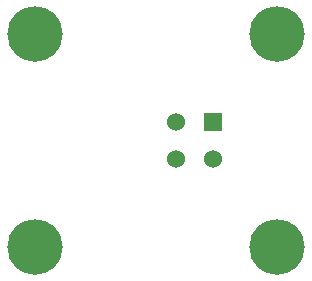
<source format=gbr>
G04 #@! TF.GenerationSoftware,KiCad,Pcbnew,5.1.9*
G04 #@! TF.CreationDate,2021-01-10T12:08:52+01:00*
G04 #@! TF.ProjectId,detectorHolder,64657465-6374-46f7-9248-6f6c6465722e,rev?*
G04 #@! TF.SameCoordinates,Original*
G04 #@! TF.FileFunction,Soldermask,Bot*
G04 #@! TF.FilePolarity,Negative*
%FSLAX46Y46*%
G04 Gerber Fmt 4.6, Leading zero omitted, Abs format (unit mm)*
G04 Created by KiCad (PCBNEW 5.1.9) date 2021-01-10 12:08:52*
%MOMM*%
%LPD*%
G01*
G04 APERTURE LIST*
%ADD10C,4.700000*%
%ADD11C,1.524000*%
%ADD12R,1.500000X1.500000*%
G04 APERTURE END LIST*
D10*
X125013000Y-112353000D03*
X125013000Y-94353000D03*
X104513000Y-112353000D03*
X104513000Y-94353000D03*
D11*
X116433000Y-104928000D03*
X116433000Y-101828000D03*
X119533000Y-104928000D03*
D12*
X119533000Y-101828000D03*
M02*

</source>
